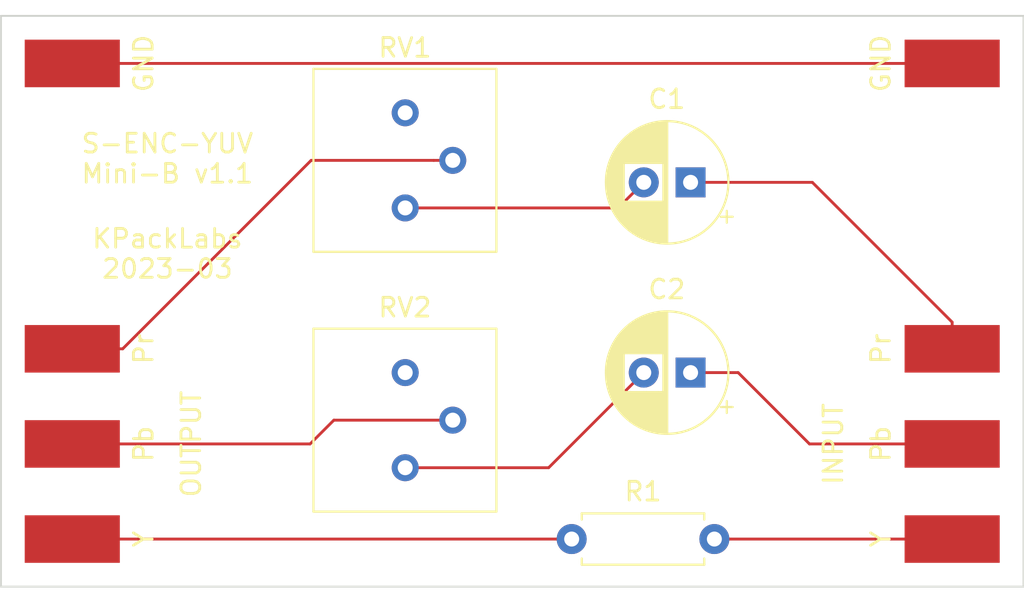
<source format=kicad_pcb>
(kicad_pcb (version 20171130) (host pcbnew "(5.1.5)-3")

  (general
    (thickness 1.6)
    (drawings 14)
    (tracks 20)
    (zones 0)
    (modules 13)
    (nets 12)
  )

  (page A4)
  (layers
    (0 Top signal)
    (31 Bottom signal)
    (34 B.Paste user)
    (35 F.Paste user)
    (36 B.SilkS user)
    (37 F.SilkS user)
    (38 B.Mask user)
    (39 F.Mask user)
    (40 Dwgs.User user)
    (41 Cmts.User user)
    (42 Eco1.User user)
    (43 Eco2.User user)
    (44 Edge.Cuts user)
    (45 Margin user)
    (46 B.CrtYd user)
    (47 F.CrtYd user)
    (48 B.Fab user)
    (49 F.Fab user)
  )

  (setup
    (last_trace_width 0.1524)
    (trace_clearance 0.1524)
    (zone_clearance 0.508)
    (zone_45_only no)
    (trace_min 0.1524)
    (via_size 0.508)
    (via_drill 0.254)
    (via_min_size 0.508)
    (via_min_drill 0.254)
    (uvia_size 0.508)
    (uvia_drill 0.254)
    (uvias_allowed no)
    (uvia_min_size 0.2)
    (uvia_min_drill 0.1)
    (edge_width 0.15)
    (segment_width 0.2)
    (pcb_text_width 0.3)
    (pcb_text_size 1.5 1.5)
    (mod_edge_width 0.15)
    (mod_text_size 1 1)
    (mod_text_width 0.15)
    (pad_size 1.524 1.524)
    (pad_drill 0.762)
    (pad_to_mask_clearance 0.0508)
    (aux_axis_origin 0 0)
    (visible_elements 7FFFFFFF)
    (pcbplotparams
      (layerselection 0x010fc_ffffffff)
      (usegerberextensions false)
      (usegerberattributes false)
      (usegerberadvancedattributes false)
      (creategerberjobfile false)
      (excludeedgelayer true)
      (linewidth 0.100000)
      (plotframeref false)
      (viasonmask false)
      (mode 1)
      (useauxorigin false)
      (hpglpennumber 1)
      (hpglpenspeed 20)
      (hpglpendiameter 15.000000)
      (psnegative false)
      (psa4output false)
      (plotreference true)
      (plotvalue true)
      (plotinvisibletext false)
      (padsonsilk false)
      (subtractmaskfromsilk false)
      (outputformat 1)
      (mirror false)
      (drillshape 1)
      (scaleselection 1)
      (outputdirectory ""))
  )

  (net 0 "")
  (net 1 "Net-(C1-Pad2)")
  (net 2 "Net-(C1-Pad1)")
  (net 3 "Net-(C2-Pad2)")
  (net 4 "Net-(C2-Pad1)")
  (net 5 GND)
  (net 6 "Net-(J4-Pad1)")
  (net 7 "Net-(J6-Pad1)")
  (net 8 "Net-(J7-Pad1)")
  (net 9 "Net-(J8-Pad1)")
  (net 10 "Net-(RV1-Pad3)")
  (net 11 "Net-(RV2-Pad3)")

  (net_class Default "This is the default net class."
    (clearance 0.1524)
    (trace_width 0.1524)
    (via_dia 0.508)
    (via_drill 0.254)
    (uvia_dia 0.508)
    (uvia_drill 0.254)
    (diff_pair_width 0.1524)
    (diff_pair_gap 0.1524)
    (add_net GND)
    (add_net "Net-(C1-Pad1)")
    (add_net "Net-(C1-Pad2)")
    (add_net "Net-(C2-Pad1)")
    (add_net "Net-(C2-Pad2)")
    (add_net "Net-(J4-Pad1)")
    (add_net "Net-(J6-Pad1)")
    (add_net "Net-(J7-Pad1)")
    (add_net "Net-(J8-Pad1)")
    (add_net "Net-(RV1-Pad3)")
    (add_net "Net-(RV2-Pad3)")
  )

  (module Connector_Wire:SolderWirePad_1x01_SMD_5x10mm (layer Top) (tedit 63F2BBFE) (tstamp 63F3152B)
    (at 67.31 66.04)
    (descr "Wire Pad, Square, SMD Pad,  5mm x 10mm,")
    (tags "MesurementPoint Square SMDPad 5mmx10mm ")
    (path /63F38233)
    (attr smd virtual)
    (fp_text reference J8 (at 0 -2.54) (layer F.Fab)
      (effects (font (size 1 1) (thickness 0.15)))
    )
    (fp_text value "Y out" (at 0 2.54) (layer F.Fab)
      (effects (font (size 1 1) (thickness 0.15)))
    )
    (fp_line (start -2.75 -1.524) (end -2.75 1.524) (layer F.CrtYd) (width 0.05))
    (fp_line (start -2.75 1.524) (end 2.75 1.524) (layer F.CrtYd) (width 0.05))
    (fp_line (start 2.75 1.524) (end 2.75 -1.524) (layer F.CrtYd) (width 0.05))
    (fp_line (start 2.75 -1.524) (end -2.75 -1.524) (layer F.CrtYd) (width 0.05))
    (fp_text user %R (at 0 0) (layer F.Fab)
      (effects (font (size 1 1) (thickness 0.15)))
    )
    (pad 1 smd rect (at 0 0) (size 5.08 2.54) (layers Top F.Paste F.Mask)
      (net 9 "Net-(J8-Pad1)"))
  )

  (module Connector_Wire:SolderWirePad_1x01_SMD_5x10mm (layer Top) (tedit 63F2BBDE) (tstamp 63F3150D)
    (at 67.31 40.64)
    (descr "Wire Pad, Square, SMD Pad,  5mm x 10mm,")
    (tags "MesurementPoint Square SMDPad 5mmx10mm ")
    (path /63F3765F)
    (attr smd virtual)
    (fp_text reference J5 (at 0 -2.54) (layer F.Fab)
      (effects (font (size 1 1) (thickness 0.15)))
    )
    (fp_text value GND (at 3.81 0 90) (layer F.SilkS)
      (effects (font (size 1 1) (thickness 0.15)))
    )
    (fp_line (start -2.75 -1.524) (end -2.75 1.524) (layer F.CrtYd) (width 0.05))
    (fp_line (start -2.75 1.524) (end 2.75 1.524) (layer F.CrtYd) (width 0.05))
    (fp_line (start 2.75 1.524) (end 2.75 -1.524) (layer F.CrtYd) (width 0.05))
    (fp_line (start 2.75 -1.524) (end -2.75 -1.524) (layer F.CrtYd) (width 0.05))
    (fp_text user %R (at 0 0) (layer F.Fab)
      (effects (font (size 1 1) (thickness 0.15)))
    )
    (pad 1 smd rect (at 0 0) (size 5.08 2.54) (layers Top F.Paste F.Mask)
      (net 5 GND))
  )

  (module Connector_Wire:SolderWirePad_1x01_SMD_5x10mm (layer Top) (tedit 63F2BBBD) (tstamp 63F31521)
    (at 67.31 60.96)
    (descr "Wire Pad, Square, SMD Pad,  5mm x 10mm,")
    (tags "MesurementPoint Square SMDPad 5mmx10mm ")
    (path /63F341C0)
    (attr smd virtual)
    (fp_text reference J7 (at 0 -2.54) (layer F.Fab)
      (effects (font (size 1 1) (thickness 0.15)))
    )
    (fp_text value "Pb out" (at 0 2.54) (layer F.Fab)
      (effects (font (size 1 1) (thickness 0.15)))
    )
    (fp_line (start -2.75 -1.524) (end -2.75 1.524) (layer F.CrtYd) (width 0.05))
    (fp_line (start -2.75 1.524) (end 2.75 1.524) (layer F.CrtYd) (width 0.05))
    (fp_line (start 2.75 1.524) (end 2.75 -1.524) (layer F.CrtYd) (width 0.05))
    (fp_line (start 2.75 -1.524) (end -2.75 -1.524) (layer F.CrtYd) (width 0.05))
    (fp_text user %R (at 0 0) (layer F.Fab)
      (effects (font (size 1 1) (thickness 0.15)))
    )
    (pad 1 smd rect (at 0 0) (size 5.08 2.54) (layers Top F.Paste F.Mask)
      (net 8 "Net-(J7-Pad1)"))
  )

  (module Connector_Wire:SolderWirePad_1x01_SMD_5x10mm (layer Top) (tedit 63F2BB9A) (tstamp 63F31503)
    (at 114.3 66.04)
    (descr "Wire Pad, Square, SMD Pad,  5mm x 10mm,")
    (tags "MesurementPoint Square SMDPad 5mmx10mm ")
    (path /63F2B72C)
    (attr smd virtual)
    (fp_text reference J4 (at 0 -2.54) (layer F.Fab)
      (effects (font (size 1 1) (thickness 0.15)))
    )
    (fp_text value "Y in" (at 0 2.54) (layer F.Fab)
      (effects (font (size 1 1) (thickness 0.15)))
    )
    (fp_line (start -2.75 -1.524) (end -2.75 1.524) (layer F.CrtYd) (width 0.05))
    (fp_line (start -2.75 1.524) (end 2.75 1.524) (layer F.CrtYd) (width 0.05))
    (fp_line (start 2.75 1.524) (end 2.75 -1.524) (layer F.CrtYd) (width 0.05))
    (fp_line (start 2.75 -1.524) (end -2.75 -1.524) (layer F.CrtYd) (width 0.05))
    (fp_text user %R (at 0 0) (layer F.Fab)
      (effects (font (size 1 1) (thickness 0.15)))
    )
    (pad 1 smd rect (at 0 0) (size 5.08 2.54) (layers Top F.Paste F.Mask)
      (net 6 "Net-(J4-Pad1)"))
  )

  (module Connector_Wire:SolderWirePad_1x01_SMD_5x10mm (layer Top) (tedit 63F2BB70) (tstamp 63F31517)
    (at 67.31 55.88)
    (descr "Wire Pad, Square, SMD Pad,  5mm x 10mm,")
    (tags "MesurementPoint Square SMDPad 5mmx10mm ")
    (path /63F33158)
    (attr smd virtual)
    (fp_text reference J6 (at 0 -2.54) (layer F.Fab)
      (effects (font (size 1 1) (thickness 0.15)))
    )
    (fp_text value "Pr out" (at 0 2.54) (layer F.Fab)
      (effects (font (size 1 1) (thickness 0.15)))
    )
    (fp_line (start -2.75 -1.524) (end -2.75 1.524) (layer F.CrtYd) (width 0.05))
    (fp_line (start -2.75 1.524) (end 2.75 1.524) (layer F.CrtYd) (width 0.05))
    (fp_line (start 2.75 1.524) (end 2.75 -1.524) (layer F.CrtYd) (width 0.05))
    (fp_line (start 2.75 -1.524) (end -2.75 -1.524) (layer F.CrtYd) (width 0.05))
    (fp_text user %R (at 0 0) (layer F.Fab)
      (effects (font (size 1 1) (thickness 0.15)))
    )
    (pad 1 smd rect (at 0 0) (size 5.08 2.54) (layers Top F.Paste F.Mask)
      (net 7 "Net-(J6-Pad1)"))
  )

  (module Connector_Wire:SolderWirePad_1x01_SMD_5x10mm (layer Top) (tedit 63F2BB52) (tstamp 63F314F9)
    (at 114.3 60.96)
    (descr "Wire Pad, Square, SMD Pad,  5mm x 10mm,")
    (tags "MesurementPoint Square SMDPad 5mmx10mm ")
    (path /63F2BBD1)
    (attr smd virtual)
    (fp_text reference J3 (at 0 -2.54) (layer F.Fab)
      (effects (font (size 1 1) (thickness 0.15)))
    )
    (fp_text value "Pb in" (at 0 2.54) (layer F.Fab)
      (effects (font (size 1 1) (thickness 0.15)))
    )
    (fp_line (start -2.75 -1.524) (end -2.75 1.524) (layer F.CrtYd) (width 0.05))
    (fp_line (start -2.75 1.524) (end 2.75 1.524) (layer F.CrtYd) (width 0.05))
    (fp_line (start 2.75 1.524) (end 2.75 -1.524) (layer F.CrtYd) (width 0.05))
    (fp_line (start 2.75 -1.524) (end -2.75 -1.524) (layer F.CrtYd) (width 0.05))
    (fp_text user %R (at 0 0) (layer F.Fab)
      (effects (font (size 1 1) (thickness 0.15)))
    )
    (pad 1 smd rect (at 0 0) (size 5.08 2.54) (layers Top F.Paste F.Mask)
      (net 4 "Net-(C2-Pad1)"))
  )

  (module Connector_Wire:SolderWirePad_1x01_SMD_5x10mm (layer Top) (tedit 63F2BB2A) (tstamp 63F314EF)
    (at 114.3 55.88)
    (descr "Wire Pad, Square, SMD Pad,  5mm x 10mm,")
    (tags "MesurementPoint Square SMDPad 5mmx10mm ")
    (path /63F2BEFF)
    (attr smd virtual)
    (fp_text reference J2 (at 0 -2.54) (layer F.Fab)
      (effects (font (size 1 1) (thickness 0.15)))
    )
    (fp_text value "Pr in" (at 0 2.54) (layer F.Fab)
      (effects (font (size 1 1) (thickness 0.15)))
    )
    (fp_line (start -2.75 -1.524) (end -2.75 1.524) (layer F.CrtYd) (width 0.05))
    (fp_line (start -2.75 1.524) (end 2.75 1.524) (layer F.CrtYd) (width 0.05))
    (fp_line (start 2.75 1.524) (end 2.75 -1.524) (layer F.CrtYd) (width 0.05))
    (fp_line (start 2.75 -1.524) (end -2.75 -1.524) (layer F.CrtYd) (width 0.05))
    (fp_text user %R (at 0 0) (layer F.Fab)
      (effects (font (size 1 1) (thickness 0.15)))
    )
    (pad 1 smd rect (at 0 0) (size 5.08 2.54) (layers Top F.Paste F.Mask)
      (net 2 "Net-(C1-Pad1)"))
  )

  (module Connector_Wire:SolderWirePad_1x01_SMD_5x10mm (layer Top) (tedit 63F2BB04) (tstamp 63F314E5)
    (at 114.3 40.64)
    (descr "Wire Pad, Square, SMD Pad,  5mm x 10mm,")
    (tags "MesurementPoint Square SMDPad 5mmx10mm ")
    (path /63F2C262)
    (attr smd virtual)
    (fp_text reference J1 (at 0 -2.54) (layer F.Fab)
      (effects (font (size 1 1) (thickness 0.15)))
    )
    (fp_text value GND (at -3.81 0 90) (layer F.SilkS)
      (effects (font (size 1 1) (thickness 0.15)))
    )
    (fp_line (start -2.75 -1.524) (end -2.75 1.524) (layer F.CrtYd) (width 0.05))
    (fp_line (start -2.75 1.524) (end 2.75 1.524) (layer F.CrtYd) (width 0.05))
    (fp_line (start 2.75 1.524) (end 2.75 -1.524) (layer F.CrtYd) (width 0.05))
    (fp_line (start 2.75 -1.524) (end -2.75 -1.524) (layer F.CrtYd) (width 0.05))
    (fp_text user %R (at 0 0) (layer F.Fab)
      (effects (font (size 1 1) (thickness 0.15)))
    )
    (pad 1 smd rect (at 0 0) (size 5.08 2.54) (layers Top F.Paste F.Mask)
      (net 5 GND))
  )

  (module Potentiometer_THT:Potentiometer_Bourns_3386P_Vertical (layer Top) (tedit 5AA07388) (tstamp 63F31570)
    (at 85.09 62.23)
    (descr "Potentiometer, vertical, Bourns 3386P, https://www.bourns.com/pdfs/3386.pdf")
    (tags "Potentiometer vertical Bourns 3386P")
    (path /63F303B3)
    (fp_text reference RV2 (at -0.015 -8.555) (layer F.SilkS)
      (effects (font (size 1 1) (thickness 0.15)))
    )
    (fp_text value "100 ohm" (at -0.015 3.475) (layer F.Fab)
      (effects (font (size 1 1) (thickness 0.15)))
    )
    (fp_text user %R (at -3.78 -2.54 90) (layer F.Fab)
      (effects (font (size 1 1) (thickness 0.15)))
    )
    (fp_line (start 5 -7.56) (end -5.03 -7.56) (layer F.CrtYd) (width 0.05))
    (fp_line (start 5 2.48) (end 5 -7.56) (layer F.CrtYd) (width 0.05))
    (fp_line (start -5.03 2.48) (end 5 2.48) (layer F.CrtYd) (width 0.05))
    (fp_line (start -5.03 -7.56) (end -5.03 2.48) (layer F.CrtYd) (width 0.05))
    (fp_line (start 4.87 -7.425) (end 4.87 2.345) (layer F.SilkS) (width 0.12))
    (fp_line (start -4.9 -7.425) (end -4.9 2.345) (layer F.SilkS) (width 0.12))
    (fp_line (start -4.9 2.345) (end 4.87 2.345) (layer F.SilkS) (width 0.12))
    (fp_line (start -4.9 -7.425) (end 4.87 -7.425) (layer F.SilkS) (width 0.12))
    (fp_line (start -0.891 -0.98) (end -0.89 -4.099) (layer F.Fab) (width 0.1))
    (fp_line (start -0.891 -0.98) (end -0.89 -4.099) (layer F.Fab) (width 0.1))
    (fp_line (start 4.75 -7.305) (end -4.78 -7.305) (layer F.Fab) (width 0.1))
    (fp_line (start 4.75 2.225) (end 4.75 -7.305) (layer F.Fab) (width 0.1))
    (fp_line (start -4.78 2.225) (end 4.75 2.225) (layer F.Fab) (width 0.1))
    (fp_line (start -4.78 -7.305) (end -4.78 2.225) (layer F.Fab) (width 0.1))
    (fp_circle (center -0.891 -2.54) (end 0.684 -2.54) (layer F.Fab) (width 0.1))
    (pad 1 thru_hole circle (at 0 0) (size 1.44 1.44) (drill 0.8) (layers *.Cu *.Mask)
      (net 3 "Net-(C2-Pad2)"))
    (pad 2 thru_hole circle (at 2.54 -2.54) (size 1.44 1.44) (drill 0.8) (layers *.Cu *.Mask)
      (net 8 "Net-(J7-Pad1)"))
    (pad 3 thru_hole circle (at 0 -5.08) (size 1.44 1.44) (drill 0.8) (layers *.Cu *.Mask)
      (net 11 "Net-(RV2-Pad3)"))
    (model ${KISYS3DMOD}/Potentiometer_THT.3dshapes/Potentiometer_Bourns_3386P_Vertical.wrl
      (at (xyz 0 0 0))
      (scale (xyz 1 1 1))
      (rotate (xyz 0 0 0))
    )
  )

  (module Potentiometer_THT:Potentiometer_Bourns_3386P_Vertical (layer Top) (tedit 5AA07388) (tstamp 63F31559)
    (at 85.09 48.356)
    (descr "Potentiometer, vertical, Bourns 3386P, https://www.bourns.com/pdfs/3386.pdf")
    (tags "Potentiometer vertical Bourns 3386P")
    (path /63F2F325)
    (fp_text reference RV1 (at -0.015 -8.555) (layer F.SilkS)
      (effects (font (size 1 1) (thickness 0.15)))
    )
    (fp_text value "100 ohm" (at -0.015 3.475) (layer F.Fab)
      (effects (font (size 1 1) (thickness 0.15)))
    )
    (fp_text user %R (at -3.78 -2.54 90) (layer F.Fab)
      (effects (font (size 1 1) (thickness 0.15)))
    )
    (fp_line (start 5 -7.56) (end -5.03 -7.56) (layer F.CrtYd) (width 0.05))
    (fp_line (start 5 2.48) (end 5 -7.56) (layer F.CrtYd) (width 0.05))
    (fp_line (start -5.03 2.48) (end 5 2.48) (layer F.CrtYd) (width 0.05))
    (fp_line (start -5.03 -7.56) (end -5.03 2.48) (layer F.CrtYd) (width 0.05))
    (fp_line (start 4.87 -7.425) (end 4.87 2.345) (layer F.SilkS) (width 0.12))
    (fp_line (start -4.9 -7.425) (end -4.9 2.345) (layer F.SilkS) (width 0.12))
    (fp_line (start -4.9 2.345) (end 4.87 2.345) (layer F.SilkS) (width 0.12))
    (fp_line (start -4.9 -7.425) (end 4.87 -7.425) (layer F.SilkS) (width 0.12))
    (fp_line (start -0.891 -0.98) (end -0.89 -4.099) (layer F.Fab) (width 0.1))
    (fp_line (start -0.891 -0.98) (end -0.89 -4.099) (layer F.Fab) (width 0.1))
    (fp_line (start 4.75 -7.305) (end -4.78 -7.305) (layer F.Fab) (width 0.1))
    (fp_line (start 4.75 2.225) (end 4.75 -7.305) (layer F.Fab) (width 0.1))
    (fp_line (start -4.78 2.225) (end 4.75 2.225) (layer F.Fab) (width 0.1))
    (fp_line (start -4.78 -7.305) (end -4.78 2.225) (layer F.Fab) (width 0.1))
    (fp_circle (center -0.891 -2.54) (end 0.684 -2.54) (layer F.Fab) (width 0.1))
    (pad 1 thru_hole circle (at 0 0) (size 1.44 1.44) (drill 0.8) (layers *.Cu *.Mask)
      (net 1 "Net-(C1-Pad2)"))
    (pad 2 thru_hole circle (at 2.54 -2.54) (size 1.44 1.44) (drill 0.8) (layers *.Cu *.Mask)
      (net 7 "Net-(J6-Pad1)"))
    (pad 3 thru_hole circle (at 0 -5.08) (size 1.44 1.44) (drill 0.8) (layers *.Cu *.Mask)
      (net 10 "Net-(RV1-Pad3)"))
    (model ${KISYS3DMOD}/Potentiometer_THT.3dshapes/Potentiometer_Bourns_3386P_Vertical.wrl
      (at (xyz 0 0 0))
      (scale (xyz 1 1 1))
      (rotate (xyz 0 0 0))
    )
  )

  (module Resistor_THT:R_Axial_DIN0207_L6.3mm_D2.5mm_P7.62mm_Horizontal (layer Top) (tedit 5AE5139B) (tstamp 63F31542)
    (at 101.6 66.04 180)
    (descr "Resistor, Axial_DIN0207 series, Axial, Horizontal, pin pitch=7.62mm, 0.25W = 1/4W, length*diameter=6.3*2.5mm^2, http://cdn-reichelt.de/documents/datenblatt/B400/1_4W%23YAG.pdf")
    (tags "Resistor Axial_DIN0207 series Axial Horizontal pin pitch 7.62mm 0.25W = 1/4W length 6.3mm diameter 2.5mm")
    (path /63F2D2DE)
    (fp_text reference R1 (at 3.81 2.54) (layer F.SilkS)
      (effects (font (size 1 1) (thickness 0.15)))
    )
    (fp_text value "10 ohm" (at 3.81 2.37) (layer F.Fab)
      (effects (font (size 1 1) (thickness 0.15)))
    )
    (fp_text user %R (at 3.81 0) (layer F.Fab)
      (effects (font (size 1 1) (thickness 0.15)))
    )
    (fp_line (start 8.67 -1.5) (end -1.05 -1.5) (layer F.CrtYd) (width 0.05))
    (fp_line (start 8.67 1.5) (end 8.67 -1.5) (layer F.CrtYd) (width 0.05))
    (fp_line (start -1.05 1.5) (end 8.67 1.5) (layer F.CrtYd) (width 0.05))
    (fp_line (start -1.05 -1.5) (end -1.05 1.5) (layer F.CrtYd) (width 0.05))
    (fp_line (start 7.08 1.37) (end 7.08 1.04) (layer F.SilkS) (width 0.12))
    (fp_line (start 0.54 1.37) (end 7.08 1.37) (layer F.SilkS) (width 0.12))
    (fp_line (start 0.54 1.04) (end 0.54 1.37) (layer F.SilkS) (width 0.12))
    (fp_line (start 7.08 -1.37) (end 7.08 -1.04) (layer F.SilkS) (width 0.12))
    (fp_line (start 0.54 -1.37) (end 7.08 -1.37) (layer F.SilkS) (width 0.12))
    (fp_line (start 0.54 -1.04) (end 0.54 -1.37) (layer F.SilkS) (width 0.12))
    (fp_line (start 7.62 0) (end 6.96 0) (layer F.Fab) (width 0.1))
    (fp_line (start 0 0) (end 0.66 0) (layer F.Fab) (width 0.1))
    (fp_line (start 6.96 -1.25) (end 0.66 -1.25) (layer F.Fab) (width 0.1))
    (fp_line (start 6.96 1.25) (end 6.96 -1.25) (layer F.Fab) (width 0.1))
    (fp_line (start 0.66 1.25) (end 6.96 1.25) (layer F.Fab) (width 0.1))
    (fp_line (start 0.66 -1.25) (end 0.66 1.25) (layer F.Fab) (width 0.1))
    (pad 2 thru_hole oval (at 7.62 0 180) (size 1.6 1.6) (drill 0.8) (layers *.Cu *.Mask)
      (net 9 "Net-(J8-Pad1)"))
    (pad 1 thru_hole circle (at 0 0 180) (size 1.6 1.6) (drill 0.8) (layers *.Cu *.Mask)
      (net 6 "Net-(J4-Pad1)"))
    (model ${KISYS3DMOD}/Resistor_THT.3dshapes/R_Axial_DIN0207_L6.3mm_D2.5mm_P7.62mm_Horizontal.wrl
      (at (xyz 0 0 0))
      (scale (xyz 1 1 1))
      (rotate (xyz 0 0 0))
    )
  )

  (module Capacitor_THT:CP_Radial_D6.3mm_P2.50mm (layer Top) (tedit 5AE50EF0) (tstamp 63F314DB)
    (at 100.33 57.15 180)
    (descr "CP, Radial series, Radial, pin pitch=2.50mm, , diameter=6.3mm, Electrolytic Capacitor")
    (tags "CP Radial series Radial pin pitch 2.50mm  diameter 6.3mm Electrolytic Capacitor")
    (path /63F2D870)
    (fp_text reference C2 (at 1.27 4.445) (layer F.SilkS)
      (effects (font (size 1 1) (thickness 0.15)))
    )
    (fp_text value "220 uF" (at 1.25 4.4) (layer F.Fab)
      (effects (font (size 1 1) (thickness 0.15)))
    )
    (fp_text user %R (at 1.25 0) (layer F.Fab)
      (effects (font (size 1 1) (thickness 0.15)))
    )
    (fp_line (start -1.935241 -2.154) (end -1.935241 -1.524) (layer F.SilkS) (width 0.12))
    (fp_line (start -2.250241 -1.839) (end -1.620241 -1.839) (layer F.SilkS) (width 0.12))
    (fp_line (start 4.491 -0.402) (end 4.491 0.402) (layer F.SilkS) (width 0.12))
    (fp_line (start 4.451 -0.633) (end 4.451 0.633) (layer F.SilkS) (width 0.12))
    (fp_line (start 4.411 -0.802) (end 4.411 0.802) (layer F.SilkS) (width 0.12))
    (fp_line (start 4.371 -0.94) (end 4.371 0.94) (layer F.SilkS) (width 0.12))
    (fp_line (start 4.331 -1.059) (end 4.331 1.059) (layer F.SilkS) (width 0.12))
    (fp_line (start 4.291 -1.165) (end 4.291 1.165) (layer F.SilkS) (width 0.12))
    (fp_line (start 4.251 -1.262) (end 4.251 1.262) (layer F.SilkS) (width 0.12))
    (fp_line (start 4.211 -1.35) (end 4.211 1.35) (layer F.SilkS) (width 0.12))
    (fp_line (start 4.171 -1.432) (end 4.171 1.432) (layer F.SilkS) (width 0.12))
    (fp_line (start 4.131 -1.509) (end 4.131 1.509) (layer F.SilkS) (width 0.12))
    (fp_line (start 4.091 -1.581) (end 4.091 1.581) (layer F.SilkS) (width 0.12))
    (fp_line (start 4.051 -1.65) (end 4.051 1.65) (layer F.SilkS) (width 0.12))
    (fp_line (start 4.011 -1.714) (end 4.011 1.714) (layer F.SilkS) (width 0.12))
    (fp_line (start 3.971 -1.776) (end 3.971 1.776) (layer F.SilkS) (width 0.12))
    (fp_line (start 3.931 -1.834) (end 3.931 1.834) (layer F.SilkS) (width 0.12))
    (fp_line (start 3.891 -1.89) (end 3.891 1.89) (layer F.SilkS) (width 0.12))
    (fp_line (start 3.851 -1.944) (end 3.851 1.944) (layer F.SilkS) (width 0.12))
    (fp_line (start 3.811 -1.995) (end 3.811 1.995) (layer F.SilkS) (width 0.12))
    (fp_line (start 3.771 -2.044) (end 3.771 2.044) (layer F.SilkS) (width 0.12))
    (fp_line (start 3.731 -2.092) (end 3.731 2.092) (layer F.SilkS) (width 0.12))
    (fp_line (start 3.691 -2.137) (end 3.691 2.137) (layer F.SilkS) (width 0.12))
    (fp_line (start 3.651 -2.182) (end 3.651 2.182) (layer F.SilkS) (width 0.12))
    (fp_line (start 3.611 -2.224) (end 3.611 2.224) (layer F.SilkS) (width 0.12))
    (fp_line (start 3.571 -2.265) (end 3.571 2.265) (layer F.SilkS) (width 0.12))
    (fp_line (start 3.531 1.04) (end 3.531 2.305) (layer F.SilkS) (width 0.12))
    (fp_line (start 3.531 -2.305) (end 3.531 -1.04) (layer F.SilkS) (width 0.12))
    (fp_line (start 3.491 1.04) (end 3.491 2.343) (layer F.SilkS) (width 0.12))
    (fp_line (start 3.491 -2.343) (end 3.491 -1.04) (layer F.SilkS) (width 0.12))
    (fp_line (start 3.451 1.04) (end 3.451 2.38) (layer F.SilkS) (width 0.12))
    (fp_line (start 3.451 -2.38) (end 3.451 -1.04) (layer F.SilkS) (width 0.12))
    (fp_line (start 3.411 1.04) (end 3.411 2.416) (layer F.SilkS) (width 0.12))
    (fp_line (start 3.411 -2.416) (end 3.411 -1.04) (layer F.SilkS) (width 0.12))
    (fp_line (start 3.371 1.04) (end 3.371 2.45) (layer F.SilkS) (width 0.12))
    (fp_line (start 3.371 -2.45) (end 3.371 -1.04) (layer F.SilkS) (width 0.12))
    (fp_line (start 3.331 1.04) (end 3.331 2.484) (layer F.SilkS) (width 0.12))
    (fp_line (start 3.331 -2.484) (end 3.331 -1.04) (layer F.SilkS) (width 0.12))
    (fp_line (start 3.291 1.04) (end 3.291 2.516) (layer F.SilkS) (width 0.12))
    (fp_line (start 3.291 -2.516) (end 3.291 -1.04) (layer F.SilkS) (width 0.12))
    (fp_line (start 3.251 1.04) (end 3.251 2.548) (layer F.SilkS) (width 0.12))
    (fp_line (start 3.251 -2.548) (end 3.251 -1.04) (layer F.SilkS) (width 0.12))
    (fp_line (start 3.211 1.04) (end 3.211 2.578) (layer F.SilkS) (width 0.12))
    (fp_line (start 3.211 -2.578) (end 3.211 -1.04) (layer F.SilkS) (width 0.12))
    (fp_line (start 3.171 1.04) (end 3.171 2.607) (layer F.SilkS) (width 0.12))
    (fp_line (start 3.171 -2.607) (end 3.171 -1.04) (layer F.SilkS) (width 0.12))
    (fp_line (start 3.131 1.04) (end 3.131 2.636) (layer F.SilkS) (width 0.12))
    (fp_line (start 3.131 -2.636) (end 3.131 -1.04) (layer F.SilkS) (width 0.12))
    (fp_line (start 3.091 1.04) (end 3.091 2.664) (layer F.SilkS) (width 0.12))
    (fp_line (start 3.091 -2.664) (end 3.091 -1.04) (layer F.SilkS) (width 0.12))
    (fp_line (start 3.051 1.04) (end 3.051 2.69) (layer F.SilkS) (width 0.12))
    (fp_line (start 3.051 -2.69) (end 3.051 -1.04) (layer F.SilkS) (width 0.12))
    (fp_line (start 3.011 1.04) (end 3.011 2.716) (layer F.SilkS) (width 0.12))
    (fp_line (start 3.011 -2.716) (end 3.011 -1.04) (layer F.SilkS) (width 0.12))
    (fp_line (start 2.971 1.04) (end 2.971 2.742) (layer F.SilkS) (width 0.12))
    (fp_line (start 2.971 -2.742) (end 2.971 -1.04) (layer F.SilkS) (width 0.12))
    (fp_line (start 2.931 1.04) (end 2.931 2.766) (layer F.SilkS) (width 0.12))
    (fp_line (start 2.931 -2.766) (end 2.931 -1.04) (layer F.SilkS) (width 0.12))
    (fp_line (start 2.891 1.04) (end 2.891 2.79) (layer F.SilkS) (width 0.12))
    (fp_line (start 2.891 -2.79) (end 2.891 -1.04) (layer F.SilkS) (width 0.12))
    (fp_line (start 2.851 1.04) (end 2.851 2.812) (layer F.SilkS) (width 0.12))
    (fp_line (start 2.851 -2.812) (end 2.851 -1.04) (layer F.SilkS) (width 0.12))
    (fp_line (start 2.811 1.04) (end 2.811 2.834) (layer F.SilkS) (width 0.12))
    (fp_line (start 2.811 -2.834) (end 2.811 -1.04) (layer F.SilkS) (width 0.12))
    (fp_line (start 2.771 1.04) (end 2.771 2.856) (layer F.SilkS) (width 0.12))
    (fp_line (start 2.771 -2.856) (end 2.771 -1.04) (layer F.SilkS) (width 0.12))
    (fp_line (start 2.731 1.04) (end 2.731 2.876) (layer F.SilkS) (width 0.12))
    (fp_line (start 2.731 -2.876) (end 2.731 -1.04) (layer F.SilkS) (width 0.12))
    (fp_line (start 2.691 1.04) (end 2.691 2.896) (layer F.SilkS) (width 0.12))
    (fp_line (start 2.691 -2.896) (end 2.691 -1.04) (layer F.SilkS) (width 0.12))
    (fp_line (start 2.651 1.04) (end 2.651 2.916) (layer F.SilkS) (width 0.12))
    (fp_line (start 2.651 -2.916) (end 2.651 -1.04) (layer F.SilkS) (width 0.12))
    (fp_line (start 2.611 1.04) (end 2.611 2.934) (layer F.SilkS) (width 0.12))
    (fp_line (start 2.611 -2.934) (end 2.611 -1.04) (layer F.SilkS) (width 0.12))
    (fp_line (start 2.571 1.04) (end 2.571 2.952) (layer F.SilkS) (width 0.12))
    (fp_line (start 2.571 -2.952) (end 2.571 -1.04) (layer F.SilkS) (width 0.12))
    (fp_line (start 2.531 1.04) (end 2.531 2.97) (layer F.SilkS) (width 0.12))
    (fp_line (start 2.531 -2.97) (end 2.531 -1.04) (layer F.SilkS) (width 0.12))
    (fp_line (start 2.491 1.04) (end 2.491 2.986) (layer F.SilkS) (width 0.12))
    (fp_line (start 2.491 -2.986) (end 2.491 -1.04) (layer F.SilkS) (width 0.12))
    (fp_line (start 2.451 1.04) (end 2.451 3.002) (layer F.SilkS) (width 0.12))
    (fp_line (start 2.451 -3.002) (end 2.451 -1.04) (layer F.SilkS) (width 0.12))
    (fp_line (start 2.411 1.04) (end 2.411 3.018) (layer F.SilkS) (width 0.12))
    (fp_line (start 2.411 -3.018) (end 2.411 -1.04) (layer F.SilkS) (width 0.12))
    (fp_line (start 2.371 1.04) (end 2.371 3.033) (layer F.SilkS) (width 0.12))
    (fp_line (start 2.371 -3.033) (end 2.371 -1.04) (layer F.SilkS) (width 0.12))
    (fp_line (start 2.331 1.04) (end 2.331 3.047) (layer F.SilkS) (width 0.12))
    (fp_line (start 2.331 -3.047) (end 2.331 -1.04) (layer F.SilkS) (width 0.12))
    (fp_line (start 2.291 1.04) (end 2.291 3.061) (layer F.SilkS) (width 0.12))
    (fp_line (start 2.291 -3.061) (end 2.291 -1.04) (layer F.SilkS) (width 0.12))
    (fp_line (start 2.251 1.04) (end 2.251 3.074) (layer F.SilkS) (width 0.12))
    (fp_line (start 2.251 -3.074) (end 2.251 -1.04) (layer F.SilkS) (width 0.12))
    (fp_line (start 2.211 1.04) (end 2.211 3.086) (layer F.SilkS) (width 0.12))
    (fp_line (start 2.211 -3.086) (end 2.211 -1.04) (layer F.SilkS) (width 0.12))
    (fp_line (start 2.171 1.04) (end 2.171 3.098) (layer F.SilkS) (width 0.12))
    (fp_line (start 2.171 -3.098) (end 2.171 -1.04) (layer F.SilkS) (width 0.12))
    (fp_line (start 2.131 1.04) (end 2.131 3.11) (layer F.SilkS) (width 0.12))
    (fp_line (start 2.131 -3.11) (end 2.131 -1.04) (layer F.SilkS) (width 0.12))
    (fp_line (start 2.091 1.04) (end 2.091 3.121) (layer F.SilkS) (width 0.12))
    (fp_line (start 2.091 -3.121) (end 2.091 -1.04) (layer F.SilkS) (width 0.12))
    (fp_line (start 2.051 1.04) (end 2.051 3.131) (layer F.SilkS) (width 0.12))
    (fp_line (start 2.051 -3.131) (end 2.051 -1.04) (layer F.SilkS) (width 0.12))
    (fp_line (start 2.011 1.04) (end 2.011 3.141) (layer F.SilkS) (width 0.12))
    (fp_line (start 2.011 -3.141) (end 2.011 -1.04) (layer F.SilkS) (width 0.12))
    (fp_line (start 1.971 1.04) (end 1.971 3.15) (layer F.SilkS) (width 0.12))
    (fp_line (start 1.971 -3.15) (end 1.971 -1.04) (layer F.SilkS) (width 0.12))
    (fp_line (start 1.93 1.04) (end 1.93 3.159) (layer F.SilkS) (width 0.12))
    (fp_line (start 1.93 -3.159) (end 1.93 -1.04) (layer F.SilkS) (width 0.12))
    (fp_line (start 1.89 1.04) (end 1.89 3.167) (layer F.SilkS) (width 0.12))
    (fp_line (start 1.89 -3.167) (end 1.89 -1.04) (layer F.SilkS) (width 0.12))
    (fp_line (start 1.85 1.04) (end 1.85 3.175) (layer F.SilkS) (width 0.12))
    (fp_line (start 1.85 -3.175) (end 1.85 -1.04) (layer F.SilkS) (width 0.12))
    (fp_line (start 1.81 1.04) (end 1.81 3.182) (layer F.SilkS) (width 0.12))
    (fp_line (start 1.81 -3.182) (end 1.81 -1.04) (layer F.SilkS) (width 0.12))
    (fp_line (start 1.77 1.04) (end 1.77 3.189) (layer F.SilkS) (width 0.12))
    (fp_line (start 1.77 -3.189) (end 1.77 -1.04) (layer F.SilkS) (width 0.12))
    (fp_line (start 1.73 1.04) (end 1.73 3.195) (layer F.SilkS) (width 0.12))
    (fp_line (start 1.73 -3.195) (end 1.73 -1.04) (layer F.SilkS) (width 0.12))
    (fp_line (start 1.69 1.04) (end 1.69 3.201) (layer F.SilkS) (width 0.12))
    (fp_line (start 1.69 -3.201) (end 1.69 -1.04) (layer F.SilkS) (width 0.12))
    (fp_line (start 1.65 1.04) (end 1.65 3.206) (layer F.SilkS) (width 0.12))
    (fp_line (start 1.65 -3.206) (end 1.65 -1.04) (layer F.SilkS) (width 0.12))
    (fp_line (start 1.61 1.04) (end 1.61 3.211) (layer F.SilkS) (width 0.12))
    (fp_line (start 1.61 -3.211) (end 1.61 -1.04) (layer F.SilkS) (width 0.12))
    (fp_line (start 1.57 1.04) (end 1.57 3.215) (layer F.SilkS) (width 0.12))
    (fp_line (start 1.57 -3.215) (end 1.57 -1.04) (layer F.SilkS) (width 0.12))
    (fp_line (start 1.53 1.04) (end 1.53 3.218) (layer F.SilkS) (width 0.12))
    (fp_line (start 1.53 -3.218) (end 1.53 -1.04) (layer F.SilkS) (width 0.12))
    (fp_line (start 1.49 1.04) (end 1.49 3.222) (layer F.SilkS) (width 0.12))
    (fp_line (start 1.49 -3.222) (end 1.49 -1.04) (layer F.SilkS) (width 0.12))
    (fp_line (start 1.45 -3.224) (end 1.45 3.224) (layer F.SilkS) (width 0.12))
    (fp_line (start 1.41 -3.227) (end 1.41 3.227) (layer F.SilkS) (width 0.12))
    (fp_line (start 1.37 -3.228) (end 1.37 3.228) (layer F.SilkS) (width 0.12))
    (fp_line (start 1.33 -3.23) (end 1.33 3.23) (layer F.SilkS) (width 0.12))
    (fp_line (start 1.29 -3.23) (end 1.29 3.23) (layer F.SilkS) (width 0.12))
    (fp_line (start 1.25 -3.23) (end 1.25 3.23) (layer F.SilkS) (width 0.12))
    (fp_line (start -1.128972 -1.6885) (end -1.128972 -1.0585) (layer F.Fab) (width 0.1))
    (fp_line (start -1.443972 -1.3735) (end -0.813972 -1.3735) (layer F.Fab) (width 0.1))
    (fp_circle (center 1.25 0) (end 4.65 0) (layer F.CrtYd) (width 0.05))
    (fp_circle (center 1.25 0) (end 4.52 0) (layer F.SilkS) (width 0.12))
    (fp_circle (center 1.25 0) (end 4.4 0) (layer F.Fab) (width 0.1))
    (pad 2 thru_hole circle (at 2.5 0 180) (size 1.6 1.6) (drill 0.8) (layers *.Cu *.Mask)
      (net 3 "Net-(C2-Pad2)"))
    (pad 1 thru_hole rect (at 0 0 180) (size 1.6 1.6) (drill 0.8) (layers *.Cu *.Mask)
      (net 4 "Net-(C2-Pad1)"))
    (model ${KISYS3DMOD}/Capacitor_THT.3dshapes/CP_Radial_D6.3mm_P2.50mm.wrl
      (at (xyz 0 0 0))
      (scale (xyz 1 1 1))
      (rotate (xyz 0 0 0))
    )
  )

  (module Capacitor_THT:CP_Radial_D6.3mm_P2.50mm (layer Top) (tedit 5AE50EF0) (tstamp 63F31447)
    (at 100.33 46.99 180)
    (descr "CP, Radial series, Radial, pin pitch=2.50mm, , diameter=6.3mm, Electrolytic Capacitor")
    (tags "CP Radial series Radial pin pitch 2.50mm  diameter 6.3mm Electrolytic Capacitor")
    (path /63F2E6B0)
    (fp_text reference C1 (at 1.27 4.445) (layer F.SilkS)
      (effects (font (size 1 1) (thickness 0.15)))
    )
    (fp_text value "220 uF" (at 1.25 4.4) (layer F.Fab)
      (effects (font (size 1 1) (thickness 0.15)))
    )
    (fp_text user %R (at 1.25 0) (layer F.Fab)
      (effects (font (size 1 1) (thickness 0.15)))
    )
    (fp_line (start -1.935241 -2.154) (end -1.935241 -1.524) (layer F.SilkS) (width 0.12))
    (fp_line (start -2.250241 -1.839) (end -1.620241 -1.839) (layer F.SilkS) (width 0.12))
    (fp_line (start 4.491 -0.402) (end 4.491 0.402) (layer F.SilkS) (width 0.12))
    (fp_line (start 4.451 -0.633) (end 4.451 0.633) (layer F.SilkS) (width 0.12))
    (fp_line (start 4.411 -0.802) (end 4.411 0.802) (layer F.SilkS) (width 0.12))
    (fp_line (start 4.371 -0.94) (end 4.371 0.94) (layer F.SilkS) (width 0.12))
    (fp_line (start 4.331 -1.059) (end 4.331 1.059) (layer F.SilkS) (width 0.12))
    (fp_line (start 4.291 -1.165) (end 4.291 1.165) (layer F.SilkS) (width 0.12))
    (fp_line (start 4.251 -1.262) (end 4.251 1.262) (layer F.SilkS) (width 0.12))
    (fp_line (start 4.211 -1.35) (end 4.211 1.35) (layer F.SilkS) (width 0.12))
    (fp_line (start 4.171 -1.432) (end 4.171 1.432) (layer F.SilkS) (width 0.12))
    (fp_line (start 4.131 -1.509) (end 4.131 1.509) (layer F.SilkS) (width 0.12))
    (fp_line (start 4.091 -1.581) (end 4.091 1.581) (layer F.SilkS) (width 0.12))
    (fp_line (start 4.051 -1.65) (end 4.051 1.65) (layer F.SilkS) (width 0.12))
    (fp_line (start 4.011 -1.714) (end 4.011 1.714) (layer F.SilkS) (width 0.12))
    (fp_line (start 3.971 -1.776) (end 3.971 1.776) (layer F.SilkS) (width 0.12))
    (fp_line (start 3.931 -1.834) (end 3.931 1.834) (layer F.SilkS) (width 0.12))
    (fp_line (start 3.891 -1.89) (end 3.891 1.89) (layer F.SilkS) (width 0.12))
    (fp_line (start 3.851 -1.944) (end 3.851 1.944) (layer F.SilkS) (width 0.12))
    (fp_line (start 3.811 -1.995) (end 3.811 1.995) (layer F.SilkS) (width 0.12))
    (fp_line (start 3.771 -2.044) (end 3.771 2.044) (layer F.SilkS) (width 0.12))
    (fp_line (start 3.731 -2.092) (end 3.731 2.092) (layer F.SilkS) (width 0.12))
    (fp_line (start 3.691 -2.137) (end 3.691 2.137) (layer F.SilkS) (width 0.12))
    (fp_line (start 3.651 -2.182) (end 3.651 2.182) (layer F.SilkS) (width 0.12))
    (fp_line (start 3.611 -2.224) (end 3.611 2.224) (layer F.SilkS) (width 0.12))
    (fp_line (start 3.571 -2.265) (end 3.571 2.265) (layer F.SilkS) (width 0.12))
    (fp_line (start 3.531 1.04) (end 3.531 2.305) (layer F.SilkS) (width 0.12))
    (fp_line (start 3.531 -2.305) (end 3.531 -1.04) (layer F.SilkS) (width 0.12))
    (fp_line (start 3.491 1.04) (end 3.491 2.343) (layer F.SilkS) (width 0.12))
    (fp_line (start 3.491 -2.343) (end 3.491 -1.04) (layer F.SilkS) (width 0.12))
    (fp_line (start 3.451 1.04) (end 3.451 2.38) (layer F.SilkS) (width 0.12))
    (fp_line (start 3.451 -2.38) (end 3.451 -1.04) (layer F.SilkS) (width 0.12))
    (fp_line (start 3.411 1.04) (end 3.411 2.416) (layer F.SilkS) (width 0.12))
    (fp_line (start 3.411 -2.416) (end 3.411 -1.04) (layer F.SilkS) (width 0.12))
    (fp_line (start 3.371 1.04) (end 3.371 2.45) (layer F.SilkS) (width 0.12))
    (fp_line (start 3.371 -2.45) (end 3.371 -1.04) (layer F.SilkS) (width 0.12))
    (fp_line (start 3.331 1.04) (end 3.331 2.484) (layer F.SilkS) (width 0.12))
    (fp_line (start 3.331 -2.484) (end 3.331 -1.04) (layer F.SilkS) (width 0.12))
    (fp_line (start 3.291 1.04) (end 3.291 2.516) (layer F.SilkS) (width 0.12))
    (fp_line (start 3.291 -2.516) (end 3.291 -1.04) (layer F.SilkS) (width 0.12))
    (fp_line (start 3.251 1.04) (end 3.251 2.548) (layer F.SilkS) (width 0.12))
    (fp_line (start 3.251 -2.548) (end 3.251 -1.04) (layer F.SilkS) (width 0.12))
    (fp_line (start 3.211 1.04) (end 3.211 2.578) (layer F.SilkS) (width 0.12))
    (fp_line (start 3.211 -2.578) (end 3.211 -1.04) (layer F.SilkS) (width 0.12))
    (fp_line (start 3.171 1.04) (end 3.171 2.607) (layer F.SilkS) (width 0.12))
    (fp_line (start 3.171 -2.607) (end 3.171 -1.04) (layer F.SilkS) (width 0.12))
    (fp_line (start 3.131 1.04) (end 3.131 2.636) (layer F.SilkS) (width 0.12))
    (fp_line (start 3.131 -2.636) (end 3.131 -1.04) (layer F.SilkS) (width 0.12))
    (fp_line (start 3.091 1.04) (end 3.091 2.664) (layer F.SilkS) (width 0.12))
    (fp_line (start 3.091 -2.664) (end 3.091 -1.04) (layer F.SilkS) (width 0.12))
    (fp_line (start 3.051 1.04) (end 3.051 2.69) (layer F.SilkS) (width 0.12))
    (fp_line (start 3.051 -2.69) (end 3.051 -1.04) (layer F.SilkS) (width 0.12))
    (fp_line (start 3.011 1.04) (end 3.011 2.716) (layer F.SilkS) (width 0.12))
    (fp_line (start 3.011 -2.716) (end 3.011 -1.04) (layer F.SilkS) (width 0.12))
    (fp_line (start 2.971 1.04) (end 2.971 2.742) (layer F.SilkS) (width 0.12))
    (fp_line (start 2.971 -2.742) (end 2.971 -1.04) (layer F.SilkS) (width 0.12))
    (fp_line (start 2.931 1.04) (end 2.931 2.766) (layer F.SilkS) (width 0.12))
    (fp_line (start 2.931 -2.766) (end 2.931 -1.04) (layer F.SilkS) (width 0.12))
    (fp_line (start 2.891 1.04) (end 2.891 2.79) (layer F.SilkS) (width 0.12))
    (fp_line (start 2.891 -2.79) (end 2.891 -1.04) (layer F.SilkS) (width 0.12))
    (fp_line (start 2.851 1.04) (end 2.851 2.812) (layer F.SilkS) (width 0.12))
    (fp_line (start 2.851 -2.812) (end 2.851 -1.04) (layer F.SilkS) (width 0.12))
    (fp_line (start 2.811 1.04) (end 2.811 2.834) (layer F.SilkS) (width 0.12))
    (fp_line (start 2.811 -2.834) (end 2.811 -1.04) (layer F.SilkS) (width 0.12))
    (fp_line (start 2.771 1.04) (end 2.771 2.856) (layer F.SilkS) (width 0.12))
    (fp_line (start 2.771 -2.856) (end 2.771 -1.04) (layer F.SilkS) (width 0.12))
    (fp_line (start 2.731 1.04) (end 2.731 2.876) (layer F.SilkS) (width 0.12))
    (fp_line (start 2.731 -2.876) (end 2.731 -1.04) (layer F.SilkS) (width 0.12))
    (fp_line (start 2.691 1.04) (end 2.691 2.896) (layer F.SilkS) (width 0.12))
    (fp_line (start 2.691 -2.896) (end 2.691 -1.04) (layer F.SilkS) (width 0.12))
    (fp_line (start 2.651 1.04) (end 2.651 2.916) (layer F.SilkS) (width 0.12))
    (fp_line (start 2.651 -2.916) (end 2.651 -1.04) (layer F.SilkS) (width 0.12))
    (fp_line (start 2.611 1.04) (end 2.611 2.934) (layer F.SilkS) (width 0.12))
    (fp_line (start 2.611 -2.934) (end 2.611 -1.04) (layer F.SilkS) (width 0.12))
    (fp_line (start 2.571 1.04) (end 2.571 2.952) (layer F.SilkS) (width 0.12))
    (fp_line (start 2.571 -2.952) (end 2.571 -1.04) (layer F.SilkS) (width 0.12))
    (fp_line (start 2.531 1.04) (end 2.531 2.97) (layer F.SilkS) (width 0.12))
    (fp_line (start 2.531 -2.97) (end 2.531 -1.04) (layer F.SilkS) (width 0.12))
    (fp_line (start 2.491 1.04) (end 2.491 2.986) (layer F.SilkS) (width 0.12))
    (fp_line (start 2.491 -2.986) (end 2.491 -1.04) (layer F.SilkS) (width 0.12))
    (fp_line (start 2.451 1.04) (end 2.451 3.002) (layer F.SilkS) (width 0.12))
    (fp_line (start 2.451 -3.002) (end 2.451 -1.04) (layer F.SilkS) (width 0.12))
    (fp_line (start 2.411 1.04) (end 2.411 3.018) (layer F.SilkS) (width 0.12))
    (fp_line (start 2.411 -3.018) (end 2.411 -1.04) (layer F.SilkS) (width 0.12))
    (fp_line (start 2.371 1.04) (end 2.371 3.033) (layer F.SilkS) (width 0.12))
    (fp_line (start 2.371 -3.033) (end 2.371 -1.04) (layer F.SilkS) (width 0.12))
    (fp_line (start 2.331 1.04) (end 2.331 3.047) (layer F.SilkS) (width 0.12))
    (fp_line (start 2.331 -3.047) (end 2.331 -1.04) (layer F.SilkS) (width 0.12))
    (fp_line (start 2.291 1.04) (end 2.291 3.061) (layer F.SilkS) (width 0.12))
    (fp_line (start 2.291 -3.061) (end 2.291 -1.04) (layer F.SilkS) (width 0.12))
    (fp_line (start 2.251 1.04) (end 2.251 3.074) (layer F.SilkS) (width 0.12))
    (fp_line (start 2.251 -3.074) (end 2.251 -1.04) (layer F.SilkS) (width 0.12))
    (fp_line (start 2.211 1.04) (end 2.211 3.086) (layer F.SilkS) (width 0.12))
    (fp_line (start 2.211 -3.086) (end 2.211 -1.04) (layer F.SilkS) (width 0.12))
    (fp_line (start 2.171 1.04) (end 2.171 3.098) (layer F.SilkS) (width 0.12))
    (fp_line (start 2.171 -3.098) (end 2.171 -1.04) (layer F.SilkS) (width 0.12))
    (fp_line (start 2.131 1.04) (end 2.131 3.11) (layer F.SilkS) (width 0.12))
    (fp_line (start 2.131 -3.11) (end 2.131 -1.04) (layer F.SilkS) (width 0.12))
    (fp_line (start 2.091 1.04) (end 2.091 3.121) (layer F.SilkS) (width 0.12))
    (fp_line (start 2.091 -3.121) (end 2.091 -1.04) (layer F.SilkS) (width 0.12))
    (fp_line (start 2.051 1.04) (end 2.051 3.131) (layer F.SilkS) (width 0.12))
    (fp_line (start 2.051 -3.131) (end 2.051 -1.04) (layer F.SilkS) (width 0.12))
    (fp_line (start 2.011 1.04) (end 2.011 3.141) (layer F.SilkS) (width 0.12))
    (fp_line (start 2.011 -3.141) (end 2.011 -1.04) (layer F.SilkS) (width 0.12))
    (fp_line (start 1.971 1.04) (end 1.971 3.15) (layer F.SilkS) (width 0.12))
    (fp_line (start 1.971 -3.15) (end 1.971 -1.04) (layer F.SilkS) (width 0.12))
    (fp_line (start 1.93 1.04) (end 1.93 3.159) (layer F.SilkS) (width 0.12))
    (fp_line (start 1.93 -3.159) (end 1.93 -1.04) (layer F.SilkS) (width 0.12))
    (fp_line (start 1.89 1.04) (end 1.89 3.167) (layer F.SilkS) (width 0.12))
    (fp_line (start 1.89 -3.167) (end 1.89 -1.04) (layer F.SilkS) (width 0.12))
    (fp_line (start 1.85 1.04) (end 1.85 3.175) (layer F.SilkS) (width 0.12))
    (fp_line (start 1.85 -3.175) (end 1.85 -1.04) (layer F.SilkS) (width 0.12))
    (fp_line (start 1.81 1.04) (end 1.81 3.182) (layer F.SilkS) (width 0.12))
    (fp_line (start 1.81 -3.182) (end 1.81 -1.04) (layer F.SilkS) (width 0.12))
    (fp_line (start 1.77 1.04) (end 1.77 3.189) (layer F.SilkS) (width 0.12))
    (fp_line (start 1.77 -3.189) (end 1.77 -1.04) (layer F.SilkS) (width 0.12))
    (fp_line (start 1.73 1.04) (end 1.73 3.195) (layer F.SilkS) (width 0.12))
    (fp_line (start 1.73 -3.195) (end 1.73 -1.04) (layer F.SilkS) (width 0.12))
    (fp_line (start 1.69 1.04) (end 1.69 3.201) (layer F.SilkS) (width 0.12))
    (fp_line (start 1.69 -3.201) (end 1.69 -1.04) (layer F.SilkS) (width 0.12))
    (fp_line (start 1.65 1.04) (end 1.65 3.206) (layer F.SilkS) (width 0.12))
    (fp_line (start 1.65 -3.206) (end 1.65 -1.04) (layer F.SilkS) (width 0.12))
    (fp_line (start 1.61 1.04) (end 1.61 3.211) (layer F.SilkS) (width 0.12))
    (fp_line (start 1.61 -3.211) (end 1.61 -1.04) (layer F.SilkS) (width 0.12))
    (fp_line (start 1.57 1.04) (end 1.57 3.215) (layer F.SilkS) (width 0.12))
    (fp_line (start 1.57 -3.215) (end 1.57 -1.04) (layer F.SilkS) (width 0.12))
    (fp_line (start 1.53 1.04) (end 1.53 3.218) (layer F.SilkS) (width 0.12))
    (fp_line (start 1.53 -3.218) (end 1.53 -1.04) (layer F.SilkS) (width 0.12))
    (fp_line (start 1.49 1.04) (end 1.49 3.222) (layer F.SilkS) (width 0.12))
    (fp_line (start 1.49 -3.222) (end 1.49 -1.04) (layer F.SilkS) (width 0.12))
    (fp_line (start 1.45 -3.224) (end 1.45 3.224) (layer F.SilkS) (width 0.12))
    (fp_line (start 1.41 -3.227) (end 1.41 3.227) (layer F.SilkS) (width 0.12))
    (fp_line (start 1.37 -3.228) (end 1.37 3.228) (layer F.SilkS) (width 0.12))
    (fp_line (start 1.33 -3.23) (end 1.33 3.23) (layer F.SilkS) (width 0.12))
    (fp_line (start 1.29 -3.23) (end 1.29 3.23) (layer F.SilkS) (width 0.12))
    (fp_line (start 1.25 -3.23) (end 1.25 3.23) (layer F.SilkS) (width 0.12))
    (fp_line (start -1.128972 -1.6885) (end -1.128972 -1.0585) (layer F.Fab) (width 0.1))
    (fp_line (start -1.443972 -1.3735) (end -0.813972 -1.3735) (layer F.Fab) (width 0.1))
    (fp_circle (center 1.25 0) (end 4.65 0) (layer F.CrtYd) (width 0.05))
    (fp_circle (center 1.25 0) (end 4.52 0) (layer F.SilkS) (width 0.12))
    (fp_circle (center 1.25 0) (end 4.4 0) (layer F.Fab) (width 0.1))
    (pad 2 thru_hole circle (at 2.5 0 180) (size 1.6 1.6) (drill 0.8) (layers *.Cu *.Mask)
      (net 1 "Net-(C1-Pad2)"))
    (pad 1 thru_hole rect (at 0 0 180) (size 1.6 1.6) (drill 0.8) (layers *.Cu *.Mask)
      (net 2 "Net-(C1-Pad1)"))
    (model ${KISYS3DMOD}/Capacitor_THT.3dshapes/CP_Radial_D6.3mm_P2.50mm.wrl
      (at (xyz 0 0 0))
      (scale (xyz 1 1 1))
      (rotate (xyz 0 0 0))
    )
  )

  (gr_line (start 118.11 38.1) (end 118.11 68.58) (layer Edge.Cuts) (width 0.1))
  (gr_line (start 63.5 38.1) (end 118.11 38.1) (layer Edge.Cuts) (width 0.1))
  (gr_line (start 63.5 68.58) (end 63.5 38.1) (layer Edge.Cuts) (width 0.1))
  (gr_line (start 118.11 68.58) (end 63.5 68.58) (layer Edge.Cuts) (width 0.1))
  (gr_text "KPackLabs\n2023-03" (at 72.39 50.8) (layer F.SilkS)
    (effects (font (size 1 1) (thickness 0.15)))
  )
  (gr_text "S-ENC-YUV\nMini-B v1.1" (at 72.39 45.72) (layer F.SilkS)
    (effects (font (size 1 1) (thickness 0.15)))
  )
  (gr_text INPUT (at 107.95 60.96 90) (layer F.SilkS)
    (effects (font (size 1 1) (thickness 0.15)))
  )
  (gr_text OUTPUT (at 73.66 60.96 90) (layer F.SilkS)
    (effects (font (size 1 1) (thickness 0.15)))
  )
  (gr_text Y (at 71.12 66.04 90) (layer F.SilkS)
    (effects (font (size 1 1) (thickness 0.15)))
  )
  (gr_text Pb (at 71.12 60.96 90) (layer F.SilkS)
    (effects (font (size 1 1) (thickness 0.15)))
  )
  (gr_text Pr (at 71.12 55.88 90) (layer F.SilkS)
    (effects (font (size 1 1) (thickness 0.15)))
  )
  (gr_text Y (at 110.49 66.04 90) (layer F.SilkS)
    (effects (font (size 1 1) (thickness 0.15)))
  )
  (gr_text Pb (at 110.49 60.96 90) (layer F.SilkS)
    (effects (font (size 1 1) (thickness 0.15)))
  )
  (gr_text Pr (at 110.49 55.88 90) (layer F.SilkS)
    (effects (font (size 1 1) (thickness 0.15)))
  )

  (segment (start 96.464 48.356) (end 97.83 46.99) (width 0.1524) (layer Top) (net 1))
  (segment (start 85.09 48.356) (end 96.464 48.356) (width 0.1524) (layer Top) (net 1))
  (segment (start 114.3 54.4576) (end 114.3 55.88) (width 0.1524) (layer Top) (net 2))
  (segment (start 106.8324 46.99) (end 114.3 54.4576) (width 0.1524) (layer Top) (net 2))
  (segment (start 100.33 46.99) (end 106.8324 46.99) (width 0.1524) (layer Top) (net 2))
  (segment (start 92.75 62.23) (end 97.83 57.15) (width 0.1524) (layer Top) (net 3))
  (segment (start 85.09 62.23) (end 92.75 62.23) (width 0.1524) (layer Top) (net 3))
  (segment (start 100.33 57.15) (end 102.87 57.15) (width 0.1524) (layer Top) (net 4))
  (segment (start 106.68 60.96) (end 114.3 60.96) (width 0.1524) (layer Top) (net 4))
  (segment (start 102.87 57.15) (end 106.68 60.96) (width 0.1524) (layer Top) (net 4))
  (segment (start 114.3 40.64) (end 67.31 40.64) (width 0.1524) (layer Top) (net 5))
  (segment (start 101.6 66.04) (end 114.3 66.04) (width 0.1524) (layer Top) (net 6))
  (segment (start 86.611767 45.816) (end 87.63 45.816) (width 0.1524) (layer Top) (net 7))
  (segment (start 80.0664 45.816) (end 86.611767 45.816) (width 0.1524) (layer Top) (net 7))
  (segment (start 70.0024 55.88) (end 80.0664 45.816) (width 0.1524) (layer Top) (net 7))
  (segment (start 67.31 55.88) (end 70.0024 55.88) (width 0.1524) (layer Top) (net 7))
  (segment (start 67.31 60.96) (end 80.01 60.96) (width 0.1524) (layer Top) (net 8))
  (segment (start 81.28 59.69) (end 87.63 59.69) (width 0.1524) (layer Top) (net 8))
  (segment (start 80.01 60.96) (end 81.28 59.69) (width 0.1524) (layer Top) (net 8))
  (segment (start 67.31 66.04) (end 93.98 66.04) (width 0.1524) (layer Top) (net 9))

)

</source>
